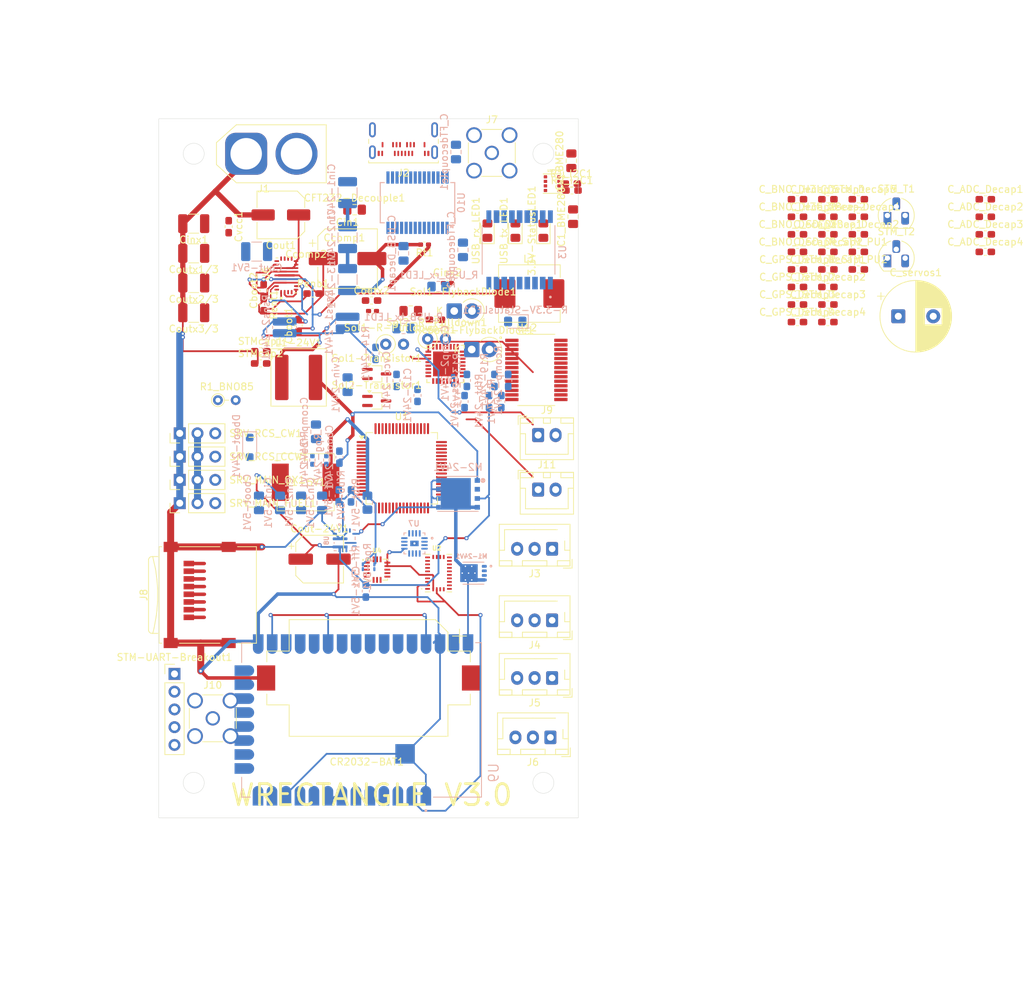
<source format=kicad_pcb>
(kicad_pcb (version 20241229) (generator "pcbnew") (generator_version "9.0")
  (layers (0 "F.Cu" signal) (2 "B.Cu" signal) (13 "F.Paste" user) (15 "B.Paste" user) (5 "F.SilkS" user "F.Silkscreen") (7 "B.SilkS" user "B.Silkscreen") (1 "F.Mask" user) (3 "B.Mask" user) (25 "Edge.Cuts" user))
  (net 0 "")
  (net 1 "Net-(U6-BOOT1)")
  (net 2 "Net-(U6-SW1)")
  (net 3 "Net-(U6-SW2)")
  (net 4 "Net-(U6-BOOT2)")
  (net 5 "Net-(U6-COMP)")
  (net 6 "Net-(Ccomp1-Pad2)")
  (net 7 "-BATT")
  (net 8 "+BATT")
  (net 9 "V+3.3")
  (net 10 "Net-(U6-EXTVCC)")
  (net 11 "Net-(U6-EN{slash}UVLO)")
  (net 12 "Net-(U6-FSW)")
  (net 13 "Net-(3.3V-StatusLED1-K)")
  (net 14 "Net-(USB_rx_LED1-K)")
  (net 15 "Net-(U10-CBUS1)")
  (net 16 "Net-(USB_tx_LED1-K)")
  (net 17 "Net-(U10-CBUS0)")
  (net 18 "GND")
  (net 19 "PC6")
  (net 20 "PC3")
  (net 21 "PC2")
  (net 22 "PA8")
  (net 23 "PB4")
  (net 24 "PB2")
  (net 25 "PB12")
  (net 26 "V_CR2032")
  (net 27 "AIN3")
  (net 29 "PA12")
  (net 30 "PB5")
  (net 31 "Sol1_Sig")
  (net 32 "PA15")
  (net 33 "I2C2_SCL")
  (net 34 "AIN2")
  (net 35 "PB13")
  (net 36 "PA13")
  (net 37 "PB15")
  (net 38 "PB14")
  (net 39 "PC7")
  (net 40 "AIN1")
  (net 41 "PH0")
  (net 42 "Sol2_Sig")
  (net 43 "SRV2")
  (net 44 "SRV1")
  (net 45 "PA11")
  (net 46 "BOOT0")
  (net 47 "PB3")
  (net 48 "AIN0")
  (net 49 "SRV3")
  (net 50 "SRV4")
  (net 51 "PC4")
  (net 52 "Net-(U2-BOOTN)")
  (net 53 "PC15")
  (net 54 "PB1")
  (net 55 "uSD_D3")
  (net 56 "PB0")
  (net 57 "uSD_D1")
  (net 58 "FT232_DTR")
  (net 59 "FT232_RTS")
  (net 64 "PH1")
  (net 65 "uSD_CLK")
  (net 66 "PC14")
  (net 67 "PC5")
  (net 68 "PA14")
  (net 69 "SPI1_NSS{slash}CS")
  (net 70 "Net-(U1-VCAP_1)")
  (net 77 "I2C2_SDA")
  (net 81 "Net-(J4-Pin_3)")
  (net 83 "Net-(J6-Pin_3)")
  (net 86 "Net-(J5-Pin_3)")
  (net 130 "Net-(J3-Pin_2)")
  (net 131 "Net-(J4-Pin_2)")
  (net 132 "Net-(J5-Pin_2)")
  (net 133 "Net-(J6-Pin_2)")
  (net 134 "Net-(J7-In)")
  (net 135 "uSD_D2")
  (net 136 "VBAT")
  (net 137 "SPI1_MISO")
  (net 138 "XBee_DOUT")
  (net 139 "XBee_CTS")
  (net 140 "SPI1_SCK")
  (net 142 "Net-(U7-ISNS-)")
  (net 143 "Net-(U7-ISNS+)")
  (net 147 "/5V-PowerCircuit/BOOT")
  (net 148 "Net-(U8-SW)")
  (net 149 "Net-(Dboot-24V1-K)")
  (net 150 "uSD_CMD")
  (net 151 "Net-(M1-24V1-D)")
  (net 152 "Net-(Ccomp-24V1-Pad1)")
  (net 153 "/24V-PowerCircuit/COMP")
  (net 154 "Net-(J9-Pin_2)")
  (net 155 "Net-(J11-Pin_2)")
  (net 156 "XBee_DIN")
  (net 157 "XBee_RTS")
  (net 158 "STM_USB_RX")
  (net 159 "Net-(Cff-5V1-Pad1)")
  (net 160 "Net-(U8-FB)")
  (net 161 "Net-(Cin1-5V1-Pad2)")
  (net 162 "24VCC")
  (net 163 "Net-(Cin1-24V1-Pad2)")
  (net 164 "Net-(Cin2-5V1-Pad2)")
  (net 165 "Net-(Cin2-24V1-Pad2)")
  (net 166 "5VCC")
  (net 167 "Net-(U7-SS)")
  (net 168 "Net-(Dboot-24V1-A)")
  (net 169 "USBD+")
  (net 170 "USBD-")
  (net 171 "Net-(L1-24V1-Pad1)")
  (net 172 "Net-(M1-24V1-G)")
  (net 173 "Net-(M2-24V1-G)")
  (net 174 "Net-(U7-VCC)")
  (net 175 "/24V-PowerCircuit/FB")
  (net 176 "Net-(U8-PG)")
  (net 177 "Net-(U7-RT{slash}CLK)")
  (net 178 "/24V-PowerCircuit/BOOT")
  (net 183 "unconnected-(U9-DIO11{slash}PWM1-Pad8)")
  (net 187 "Net-(J10-In)")
  (net 199 "SPI1_MOSI")
  (net 202 "PC13")
  (net 203 "NRST")
  (net 205 "STM_USB_TX")
  (net 213 "uSD_D0")
  (net 216 "AIN7")
  (net 223 "AIN4")
  (net 226 "AIN6")
  (net 228 "AIN5")
  (footprint "Connector_Coaxial:SMA_Amphenol_901-144_Vertical" (layer "F.Cu") (at 117.625 49.875)
    (property "Reference" "J7")
    (property "Value" "GPS-Antenna")
  )
  (footprint "Capacitor_SMD:C_0603_1608Metric_Pad1.08x0.95mm_HandSolder" (layer "F.Cu") (at 161.335354 69.06)
    (property "Reference" "C_GPS_Decap2")
    (property "Value" "10uF")
  )
  (footprint "Capacitor_SMD:C_0603_1608Metric_Pad1.08x0.95mm_HandSolder" (layer "F.Cu") (at 84.5675 80)
    (property "Reference" "STMcap2")
    (property "Value" "2.2uF")
  )
  (footprint "BME280:PSON65P250X250X100-8N" (layer "F.Cu") (at 126.266447 54.275)
    (property "Reference" "U11")
    (property "Value" "BME280")
  )
  (footprint "Connector_JST:JST_XH_B2B-XH-A_1x02_P2.50mm_Vertical" (layer "F.Cu") (at 124.25 90.25)
    (property "Reference" "J9")
    (property "Value" "Sol1-Connector")
  )
  (footprint "Resistor_THT:R_Axial_DIN0207_L6.3mm_D2.5mm_P2.54mm_Vertical" (layer "F.Cu") (at 102.46 77.25)
    (property "Reference" "Sol1-R-Pulldown1")
    (property "Value" "10k")
  )
  (footprint "LED_SMD:LED_0805_2012Metric_Pad1.15x1.40mm_HandSolder" (layer "F.Cu") (at 125 61 90)
    (property "Reference" "3.3V-StatusLED1")
    (property "Value" "0805-LED0")
  )
  (footprint "Capacitor_SMD:C_0603_1608Metric_Pad1.08x0.95mm_HandSolder" (layer "F.Cu") (at 161.335354 66.55)
    (property "Reference" "C_GPS_Decap1")
    (property "Value" "100nF")
  )
  (footprint "Capacitor_SMD:C_0603_1608Metric_Pad1.08x0.95mm_HandSolder" (layer "F.Cu") (at 161.335354 64.04)
    (property "Reference" "C_BNO_Decap4")
    (property "Value" "10uF")
  )
  (footprint "Connector_JST:JST_XH_B3B-XH-AM_1x03_P2.50mm_Vertical" (layer "F.Cu") (at 126.25 106.525 180)
    (property "Reference" "J3")
    (property "Value" "AnalogIn-Terminal3")
  )
  (footprint "IHLP3232DZER330M11:IHLP3232DZER330M11" (layer "F.Cu") (at 91 97)
    (property "Reference" "L1-5V1")
    (property "Value" "3.3uH")
  )
  (footprint "Capacitor_SMD:C_0603_1608Metric_Pad1.08x0.95mm_HandSolder" (layer "F.Cu") (at 161.335354 61.53)
    (property "Reference" "C_BNO_Decap3")
    (property "Value" "10uF")
  )
  (footprint "Connector_PinHeader_2.54mm:PinHeader_1x03_P2.54mm_Vertical" (layer "F.Cu") (at 73 90 90)
    (property "Reference" "SRV_RCS_CW1")
    (property "Value" "Conn_01x03_Pin" (hide yes))
  )
  (footprint "Capacitor_SMD:C_0603_1608Metric_Pad1.08x0.95mm_HandSolder" (layer "F.Cu") (at 165.685354 69.06)
    (property "Reference" "C_STM_Decap2")
    (property "Value" "100nF")
  )
  (footprint "Resistor_THT:R_Axial_DIN0204_L3.6mm_D1.6mm_P2.54mm_Vertical" (layer "F.Cu") (at 78.46 85.25)
    (property "Reference" "R1_BNO85")
    (property "Value" "10k")
  )
  (footprint "Connector_PinHeader_2.54mm:PinHeader_1x03_P2.54mm_Vertical" (layer "F.Cu") (at 73 99.99 90)
    (property "Reference" "SRV_MAIN_FUEL1")
    (property "Value" "Conn_01x03_Pin" (hide yes))
  )
  (footprint "Capacitor_SMD:C_0805_2012Metric_Pad1.18x1.45mm_HandSolder" (layer "F.Cu") (at 129.25 59 90)
    (property "Reference" "C1_BME280")
    (property "Value" "100nF")
  )
  (footprint "Capacitor_SMD:C_1210_3225Metric_Pad1.33x2.70mm_HandSolder" (layer "F.Cu") (at 75 68.5 180)
    (property "Reference" "Coutx2/3")
    (property "Value" "22uF")
  )
  (footprint "Inductor_SMD:L_Coilcraft_XAL7070-XXX" (layer "F.Cu") (at 90 82)
    (property "Reference" "L1-24V1")
    (property "Value" "3.3uH")
  )
  (footprint "Capacitor_SMD:C_1210_3225Metric_Pad1.33x2.70mm_HandSolder" (layer "F.Cu") (at 75 72.75 180)
    (property "Reference" "Coutx3/3")
    (property "Value" "22uF")
  )
  (footprint "Capacitor_SMD:C_0603_1608Metric_Pad1.08x0.95mm_HandSolder" (layer "F.Cu") (at 170.035354 61.53)
    (property "Reference" "C_XBee_Decap2")
    (property "Value" "100nF")
  )
  (footprint "Capacitor_SMD:C_0603_1608Metric_Pad1.08x0.95mm_HandSolder" (layer "F.Cu") (at 161.335354 56.51)
    (property "Reference" "C_BNO_Decap1")
    (property "Value" "100nF")
  )
  (footprint "Connector_Card:microSD_HC_Wuerth_693072010801" (layer "F.Cu") (at 75.85 113.125 90)
    (property "Reference" "J8")
    (property "Value" "Micro_SD_Card")
  )
  (footprint "BNO085:IC_BNO085" (layer "F.Cu") (at 110 110 90)
    (property "Reference" "U2")
    (property "Value" "BNO085_C5189642")
  )
  (footprint "Capacitor_SMD:C_0603_1608Metric_Pad1.08x0.95mm_HandSolder" (layer "F.Cu") (at 170.035354 59.02)
    (property "Reference" "C_XBee-Decap1")
    (property "Value" "10uF")
  )
  (footprint "Capacitor_SMD:C_0603_1608Metric_Pad1.08x0.95mm_HandSolder" (layer "F.Cu") (at 85 71.5875 -90)
    (property "Reference" "Rent1")
    (property "Value" "137k")
  )
  (footprint "Diode_THT:D_DO-41_SOD81_P2.54mm_Vertical_KathodeUp" (layer "F.Cu") (at 112.25 72.5)
    (property "Reference" "Sol1-FlybackDiode1")
    (property "Value" "1N4004")
  )
  (footprint "Connector_PinHeader_2.54mm:PinHeader_1x03_P2.54mm_Vertical" (layer "F.Cu") (at 73 96.66 90)
    (property "Reference" "SRV_MAIN_OX1")
    (property "Value" "Conn_01x03_Pin" (hide yes))
  )
  (footprint "Battery:BatteryHolder_Keystone_1060_1x2032" (layer "F.Cu") (at 100 125 180)
    (property "Reference" "CR2032-BAT1")
    (property "Value" "Conn_01x02_Socket")
  )
  (footprint "Package_TO_SOT_THT:TO-92L_HandSolder" (layer "F.Cu") (at 174.195354 58.83)
    (property "Reference" "STM_T1")
    (property "Value" "2N3904")
  )
  (footprint "Capacitor_SMD:C_0805_2012Metric_Pad1.18x1.45mm_HandSolder" (layer "F.Cu") (at 129 51 90)
    (property "Reference" "C2_BME280")
    (property "Value" "100nF")
  )
  (footprint "LED_SMD:LED_0805_2012Metric_Pad1.15x1.40mm_HandSolder" (layer "F.Cu") (at 117 61 90)
    (property "Reference" "USB_rx_LED1")
    (property "Value" "0805-LED2")
  )
  (footprint "Capacitor_SMD:C_0402_1005Metric_Pad0.74x0.62mm_HandSolder" (layer "F.Cu") (at 111.2775 68.5 180)
    (property "Reference" "Cinx2")
    (property "Value" "1uF")
  )
  (footprint "Capacitor_SMD:C_0603_1608Metric_Pad1.08x0.95mm_HandSolder" (layer "F.Cu") (at 84.5675 78.25)
    (property "Reference" "STMcap1")
    (property "Value" "2.2uF")
  )
  (footprint "Capacitor_SMD:CP_Elec_8x11.9" (layer "F.Cu") (at 97 65)
    (property "Reference" "Cin1")
    (property "Value" "180uF")
  )
  (footprint "Connector_JST:JST_XH_B2B-XH-A_1x02_P2.50mm_Vertical" (layer "F.Cu") (at 124.25 98.05)
    (property "Reference" "J11")
    (property "Value" "Sol2-Connector")
  )
  (footprint "Package_TO_SOT_THT:TO-92L_HandSolder" (layer "F.Cu") (at 174.195354 64.94)
    (property "Reference" "STM_T2")
    (property "Value" "2N3904")
  )
  (footprint "Capacitor_SMD:C_0603_1608Metric_Pad1.08x0.95mm_HandSolder" (layer "F.Cu") (at 170.035354 64.04)
    (property "Reference" "R_STM_PU1")
    (property "Value" "4.7k")
  )
  (footprint "Capacitor_SMD:C_1210_3225Metric_Pad1.33x2.70mm_HandSolder" (layer "F.Cu") (at 75 60 180)
    (property "Reference" "Cinx1")
    (property "Value" "10uF")
  )
  (footprint "Capacitor_SMD:C_0603_1608Metric_Pad1.08x0.95mm_HandSolder" (layer "F.Cu") (at 92.0675 70)
    (property "Reference" "Renb1")
    (property "Value" "100k")
  )
  (footprint "Capacitor_SMD:C_0603_1608Metric_Pad1.08x0.95mm_HandSolder" (layer "F.Cu") (at 188.195354 61.53)
    (property "Reference" "C_ADC_Decap3")
    (property "Value" "100nF")
  )
  (footprint "Connector_JST:JST_XH_B3B-XH-AM_1x03_P2.50mm_Vertical" (layer "F.Cu") (at 126.25 116.75 180)
    (property "Reference" "J4")
    (property "Value" "AnalogIn-Terminal2")
  )
  (footprint "LTC2344CUH-16_PBF:QFN-32_UH" (layer "F.Cu") (at 111 80.0675)
    (property "Reference" "U5")
    (property "Value" "LTC2344CUH-16#TRPBF")
  )
  (footprint "Capacitor_SMD:C_0603_1608Metric_Pad1.08x0.95mm_HandSolder" (layer "F.Cu") (at 80 60.4325 -90)
    (property "Reference" "Cvcc1")
    (property "Value" "4.7uF")
  )
  (footprint "Package_TO_SOT_SMD:SOT-323_SC-70_Handsoldering" (layer "F.Cu") (at 101.17 81.5)
    (property "Reference" "Sol1-Transistor1")
    (property "Value" "RTR030N05HZG")
  )
  (footprint "Capacitor_SMD:CP_Elec_6.3x7.7" (layer "F.Cu") (at 93 108)
    (property "Reference" "Cout-24V1")
    (property "Value" "33uF")
  )
  (footprint "Connector_PinHeader_2.54mm:PinHeader_1x05_P2.54mm_Vertical" (layer "F.Cu") (at 72.25 124.42)
    (property "Reference" "STM-UART-Breakout1")
    (property "Value" "1x7 Connector")
  )
  (footprint "Capacitor_SMD:C_0603_1608Metric_Pad1.08x0.95mm_HandSolder" (layer "F.Cu") (at 170.035354 66.55)
    (property "Reference" "R_STM_PU2")
    (property "Value" "4.7k")
  )
  (footprint "Connector_JST:JST_XH_B3B-XH-AM_1x03_P2.50mm_Vertical" (layer "F.Cu") (at 126 133.5 180)
    (property "Reference" "J6")
    (property "Value" "AnalogIn-Terminal0")
  )
  (footprint "Capacitor_SMD:C_0603_1608Metric_Pad1.08x0.95mm_HandSolder" (layer "F.Cu") (at 170.035354 56.51)
    (property "Reference" "C_STM_Decap5")
    (property "Value" "100nF")
  )
  (footprint "ADS1256IDBRG4:SOP65P780X200-28N" (layer "F.Cu") (at 123.995 80.925)
    (property "Reference" "U12")
    (property "Value" "ADS1256IDBRG4")
  )
  (footprint "Capacitor_SMD:C_Elec_6.3x5.8" (layer "F.Cu") (at 87.4625 58.75 180)
    (property "Reference" "Cout1")
    (property "Value" "220uF")
  )
  (footprint "Inductor_SMD:L_APV_APH0850" (layer "F.Cu") (at 123 70)
    (property "Reference" "L1")
    (property "Value" "3.8uH")
  )
  (footprint "Capacitor_SMD:C_0603_1608Metric_Pad1.08x0.95mm_HandSolder" (layer "F.Cu") (at 100.4325 71)
    (property "Reference" "Coutx2")
    (property "Value" "1uF")
  )
  (footprint "Diode_THT:D_DO-41_SOD81_P2.54mm_Vertical_KathodeUp" (layer "F.Cu") (at 114.75 78)
    (property "Reference" "Sol2-FlybackDiode1")
    (property "Value" "1N4004")
  )
  (footprint "LED_SMD:LED_0805_2012Metric_Pad1.15x1.40mm_HandSolder" (layer "F.Cu") (at 121 61 90)
    (property "Reference" "USB_tx_LED1")
    (property "Value" "0805-LED1")
  )
  (footprint "Capacitor_SMD:C_0603_1608Metric_Pad1.08x0.95mm_HandSolder" (layer "F.Cu") (at 188.195354 64.04)
    (property "Reference" "C_ADC_Decap4")
    (property "Value" "100nF")
  )
  (footprint "Connector_Coaxial:SMA_Amphenol_901-144_Vertical" (layer "F.Cu") (at 77.725 130.775)
    (property "Reference" "J10")
    (property "Value" "xBee-Antenna1")
  )
  (footprint "Capacitor_SMD:C_0603_1608Metric_Pad1.08x0.95mm_HandSolder" (layer "F.Cu") (at 165.685354 56.51)
    (property "Reference" "C_H3L_Decap1")
    (property "Value" "10uF")
  )
  (footprint "Capacitor_SMD:C_0603_1608Metric_Pad1.08x0.95mm_HandSolder" (layer "F.Cu") (at 129 54.275)
    (property "Reference" "R1_I2C1")
    (property "Value" "4.7k")
  )
  (footprint "Capacitor_SMD:C_0805_2012Metric_Pad1.18x1.45mm_HandSolder" (layer "F.Cu") (at 98 58)
    (property "Reference" "CFT232-Decouple1")
    (property "Value" "100nF")
  )
  (footprint "Capacitor_SMD:C_0603_1608Metric_Pad1.08x0.95mm_HandSolder" (layer "F.Cu") (at 188.195354 59.02)
    (property "Reference" "C_ADC_Decap2")
    (property "Value" "10uF")
  )
  (footprint "Capacitor_SMD:C_0603_1608Metric_Pad1.08x0.95mm_HandSolder" (layer "F.Cu") (at 165.685354 64.04)
    (property "Reference" "C_SD_Decap2")
    (property "Value" "10uF")
  )
  (footprint "Capacitor_SMD:C_0603_1608Metric_Pad1.08x0.95mm_HandSolder" (layer "F.Cu") (at 165.685354 74.08)
    (property "Reference" "C_STM_Decap4")
    (property "Value" "100nF")
  )
  (footprint "Capacitor_SMD:C_0603_1608Metric_Pad1.08x0.95mm_HandSolder" (layer "F.Cu") (at 165.685354 71.57)
    (property "Reference" "C_STM_Decap3")
    (property "Value" "100nF")
  )
  (footprint "Capacitor_SMD:C_0603_1608Metric_Pad1.08x0.95mm_HandSolder" (layer "F.Cu") (at 188.195354 56.51)
    (property "Reference" "C_ADC_Decap1")
    (property "Value" "10uF")
  )
  (footprint "Connector_JST:JST_XH_B3B-XH-AM_1x03_P2.50mm_Vertical" (layer "F.Cu") (at 126.25 125 180)
    (property "Reference" "J5")
    (property "Value" "AnalogIn-Terminal1")
  )
  (footprint "Capacitor_SMD:C_1210_3225Metric_Pad1.33x2.70mm_HandSolder" (layer "F.Cu") (at 75 64.25 180)
    (property "Reference" "Coutx1/3")
    (property "Value" "22uF")
  )
  (footprint "Package_QFP:LQFP-64_10x10mm_P0.5mm" (layer "F.Cu") (at 104.75 95)
    (property "Reference" "U1")
    (property "Value" "STM32F405RGTx")
  )
  (footprint "Capacitor_SMD:C_0603_1608Metric_Pad1.08x0.95mm_HandSolder" (layer "F.Cu") (at 161.335354 71.57)
    (property "Reference" "C_GPS_Decap3")
    (property "Value" "10uF")
  )
  (footprint "Capacitor_SMD:C_0603_1608Metric_Pad1.08x0.95mm_HandSolder" (layer "F.Cu") (at 165.685354 66.55)
    (property "Reference" "C_STM_Decap1")
    (property "Value" "100nF")
  )
  (footprint "Capacitor_THT:CP_Radial_D10.0mm_P5.00mm" (layer "F.Cu") (at 175.75 73.25)
    (property "Reference" "C_servos1")
    (property "Value" "1000uF")
  )
  (footprint "Capacitor_SMD:C_0603_1608Metric_Pad1.08x0.95mm_HandSolder" (layer "F.Cu") (at 90 74.5675 90)
    (property "Reference" "Cboot1")
    (property "Value" "100nF")
  )
  (footprint "Package_TO_SOT_SMD:SOT-323_SC-70_Handsoldering" (layer "F.Cu") (at 101.17 85.365)
    (property "Reference" "Sol2-Transistor1")
    (property "Value" "RTR030N05HZG")
  )
  (footprint "Capacitor_SMD:C_0603_1608Metric_Pad1.08x0.95mm_HandSolder" (layer "F.Cu") (at 161.335354 74.08)
    (property "Reference" "C_GPS_Decap4")
    (property "Value" "100nF")
  )
  (footprint "Capacitor_SMD:C_0603_1608Metric_Pad1.08x0.95mm_HandSolder" (layer "F.Cu") (at 161.335354 59.02)
    (property "Reference" "C_BNO_Decap2")
    (property "Value" "100nF")
  )
  (footprint "Capacitor_SMD:C_0603_1608Metric_Pad1.08x0.95mm_HandSolder" (layer "F.Cu") (at 165.685354 59.02)
    (property "Reference" "C_H3L_Decap2")
    (property "Value" "100nF")
  )
  (footprint "Capacitor_SMD:C_0603_1608Metric_Pad1.08x0.95mm_HandSolder" (layer "F.Cu") (at 109.5675 73.75 180)
    (property "Reference" "Rcomp1")
    (property "Value" "105k")
  )
  (footprint "Capacitor_SMD:C_0603_1608Metric_Pad1.08x0.95mm_HandSolder" (layer "F.Cu") (at 129.0925 55.25)
    (property "Reference" "R2_I2C1")
    (property "Value" "4.7k")
  )
  (footprint "H3LIS331DLTR:QFN300X300X100-16N" (layer "F.Cu") (at 101.22 109.5)
    (property "Reference" "U4")
    (property "Value" "H3LIS331DLTR")
  )
  (footprint "Connector_PinHeader_2.54mm:PinHeader_1x03_P2.54mm_Vertical" (layer "F.Cu") (at 73 93.33 90)
    (property "Reference" "SRV_RCS_CCW1")
    (property "Value" "Conn_01x03_Pin" (hide yes))
  )
  (footprint "Ti:VREG_TPS55289RYQR" (layer "F.Cu") (at 88.25 67.4 90)
    (property "Reference" "U6")
    (property "Value" "TPS55289RYQR")
  )
  (footprint "Connector_USB:USB_C_Receptacle_Amphenol_124019772112A" (layer "F.Cu") (at 105 46.75 180)
    (property "Reference" "J2")
    (property "Value" "USB_C_Receptacle_USB2.0_16P")
  )
  (footprint "Connector_AMASS:AMASS_XT60-F_1x02_P7.20mm_Vertical" (layer "F.Cu") (at 82.5 50)
    (property "Reference" "J1")
    (property "Value" "Conn_01x02_Socket" (hide yes))
  )
  (footprint "Capacitor_SMD:C_0603_1608Metric_Pad1.08x0.95mm_HandSolder" (layer "F.Cu") (at 165.685354 61.53)
    (property "Reference" "C_SD_Decap1")
    (property "Value" "100nF")
  )
  (footprint "Capacitor_SMD:C_0402_1005Metric_Pad0.74x0.62mm_HandSolder" (layer "F.Cu") (at 100.5675 72.5)
    (property "Reference" "Ccomp2")
    (property "Value" "6.8pF")
  )
  (footprint "Capacitor_SMD:C_0603_1608Metric_Pad1.08x0.95mm_HandSolder" (layer "F.Cu") (at 85 69.5675 90)
    (property "Reference" "Cboot2")
    (property "Value" "100nF")
  )
  (footprint "Capacitor_SMD:C_0402_1005Metric_Pad0.74x0.62mm_HandSolder" (layer "F.Cu") (at 108 63 180)
    (property "Reference" "Rt1")
    (property "Value" "48.7k")
  )
  (footprint "Capacitor_SMD:C_0805_2012Metric_Pad1.18x1.45mm_HandSolder" (layer "F.Cu") (at 106.0375 72.5)
    (property "Reference" "Ccomp1")
    (property "Value" "1nF")
  )
  (footprint "Resistor_THT:R_Axial_DIN0207_L6.3mm_D2.5mm_P2.54mm_Vertical" (layer "F.Cu") (at 108.455 76.5)
    (property "Reference" "Sol2-R-Pulldown1")
    (property "Value" "10k")
  )
  (footprint "MAX-M10S-00B:XCVR_MAX-M10S-00B" (layer "B.Cu") (at 121.6 63.75 90)
    (property "Reference" "U3")
    (property "Value" "MAX-M10S-00B")
  )
  (footprint "Capacitor_SMD:C_0805_2012Metric_Pad1.18x1.45mm_HandSolder" (layer "B.Cu") (at 84.33 99.9475 -90)
    (property "Reference" "Cboot-5V1")
    (property "Value" "100nF 280mOhm")
  )
  (footprint "Capacitor_SMD:C_0603_1608Metric_Pad1.08x0.95mm_HandSolder" (layer "B.Cu") (at 114.06 82.4325 -90)
    (property "Reference" "R13-24V1")
    (property "Value" "10")
  )
  (footprint "Capacitor_SMD:C_0603_1608Metric_Pad1.08x0.95mm_HandSolder" (layer "B.Cu") (at 117.23 85.4525 -90)
    (property "Reference" "Rfbt-24V1")
    (property "Value" "205k")
  )
  (footprint "Capacitor_SMD:C_0603_1608Metric_Pad1.08x0.95mm_HandSolder" (layer "B.Cu") (at 113.73 85.4525 -90)
    (property "Reference" "Css-24V1")
    (property "Value" "4.7nF")
  )
  (footprint "Capacitor_SMD:C_0603_1608Metric_Pad1.08x0.95mm_HandSolder" (layer "B.Cu") (at 97.49 98.9475 -90)
    (property "Reference" "Rfbb-5V1")
    (property "Value" "10k")
  )
  (footprint "Capacitor_SMD:C_1210_3225Metric_Pad1.33x2.70mm_HandSolder" (layer "B.Cu") (at 84 64)
    (property "Reference" "Cout-5V1")
    (property "Value" "47uF")
  )
  (footprint "Capacitor_SMD:C_0603_1608Metric_Pad1.08x0.95mm_HandSolder" (layer "B.Cu") (at 118.98 85.4525 -90)
    (property "Reference" "Rt-24V1")
    (property "Value" "R_US")
  )
  (footprint "Capacitor_SMD:C_1210_3225Metric_Pad1.33x2.70mm_HandSolder" (layer "B.Cu") (at 97 62 -90)
    (property "Reference" "Cin2-24V1")
    (property "Value" "10uF")
  )
  (footprint "Resistor_SMD:R_0402_1005Metric_Pad0.72x0.64mm_HandSolder" (layer "B.Cu") (at 91.97 93.8175 -90)
    (property "Reference" "Rfbb-24V1")
    (property "Value" "11k")
  )
  (footprint "Resistor_SMD:R_0402_1005Metric_Pad0.72x0.64mm_HandSolder" (layer "B.Cu") (at 93.96 93.8175 -90)
    (property "Reference" "Rpg-24V1")
    (property "Value" "100k")
  )
  (footprint "Capacitor_SMD:C_0805_2012Metric_Pad1.18x1.45mm_HandSolder" (layer "B.Cu") (at 92.48 89.7775 -90)
    (property "Reference" "Ccomp-24V1")
    (property "Value" "2.2nF")
  )
  (footprint "Capacitor_SMD:C_0603_1608Metric_Pad1.08x0.95mm_HandSolder" (layer "B.Cu") (at 107 84.5675 -90)
    (property "Reference" "C12-24V1")
    (property "Value" "100pF")
  )
  (footprint "Capacitor_SMD:C_1210_3225Metric_Pad1.33x2.70mm_HandSolder" (layer "B.Cu") (at 97 68 -90)
    (property "Reference" "Cin3-24V1")
    (property "Value" "10uF")
  )
  (footprint "Resistor_SMD:R_0612_1632Metric_Pad1.18x3.40mm_HandSolder" (layer "B.Cu") (at 88 74.8375 -90)
    (property "Reference" "Rsns2-24V1")
    (property "Value" "7m")
  )
  (footprint "Resistor_SMD:R_01005_0402Metric_Pad0.57x0.30mm_HandSolder" (layer "B.Cu") (at 100.83 109.0875 -90)
    (property "Reference" "Rpg-5V1")
    (property "Value" "100k")
  )
  (footprint "Capacitor_SMD:C_0603_1608Metric_Pad1.08x0.95mm_HandSolder" (layer "B.Cu") (at 95.74 98.9475 -90)
    (property "Reference" "Cff-5V1")
    (property "Value" "100pF")
  )
  (footprint "Capacitor_SMD:C_0603_1608Metric_Pad1.08x0.95mm_HandSolder" (layer "B.Cu") (at 119.97 82.4325 -90)
    (property "Reference" "Rcomp-24V1")
    (property "Value" "5.62k")
  )
  (footprint "Capacitor_SMD:C_0805_2012Metric_Pad1.18x1.45mm_HandSolder" (layer "B.Cu") (at 90.35 99.9475 -90)
    (property "Reference" "Cin2-5V1")
    (property "Value" "4.7uF")
  )
  (footprint "Resistor_SMD:R_01005_0402Metric_Pad0.57x0.30mm_HandSolder" (layer "B.Cu") (at 99.18 109.0875 -90)
    (property "Reference" "Rff-5V1")
    (property "Value" "20k")
  )
  (footprint "TPS43060RTER:QFN50P300X300X80-17N" (layer "B.Cu") (at 106.56 105.75 180)
    (property "Reference" "U7")
    (property "Value" "TPS43060RTER")
  )
  (footprint "Capacitor_SMD:C_0805_2012Metric_Pad1.18x1.45mm_HandSolder" (layer "B.Cu") (at 87.34 99.9475 -90)
    (property "Reference" "Cin1-5V1")
    (property "Value" "15uF 1.669mOhm")
  )
  (footprint "Capacitor_SMD:C_0603_1608Metric_Pad1.08x0.95mm_HandSolder" (layer "B.Cu") (at 95.83 93.4075 -90)
    (property "Reference" "Cboot-24V1")
    (property "Value" "220nF")
  )
  (footprint "Capacitor_SMD:C_0805_2012Metric_Pad1.18x1.45mm_HandSolder" (layer "B.Cu") (at 105 64.25 -90)
    (property "Reference" "C_USB_Decap1")
    (property "Value" "10nF")
  )
  (footprint "LED_SMD:LED_0805_2012Metric_Pad1.15x1.40mm_HandSolder" (layer "B.Cu") (at 120.975 74 180)
    (property "Reference" "R-3.3V-StatusLED1")
    (property "Value" "1k")
  )
  (footprint "Package_SO:SSOP-28_5.3x10.2mm_P0.65mm" (layer "B.Cu") (at 107 57 90)
    (property "Reference" "U10")
    (property "Value" "FT232RL")
  )
  (footprint "Capacitor_SMD:C_0402_1005Metric_Pad0.74x0.62mm_HandSolder" (layer "B.Cu") (at 112.09 82.4325 -90)
    (property "Reference" "Ccomp2-24V1")
    (property "Value" "390pF")
  )
  (footprint "Capacitor_SMD:C_0805_2012Metric_Pad1.18x1.45mm_HandSolder" (layer "B.Cu") (at 112.5 49.75 -90)
    (property "Reference" "C_FTdecouple1")
    (property "Value" "100nF")
  )
  (footprint "CSD18543Q3A:TRANS_CSD18543Q3A" (layer "B.Cu") (at 115 110 180)
    (property "Reference" "M1-24V1")
    (property "Value" "60V")
  )
  (footprint "Resistor_SMD:R_0805_2012Metric_Pad1.20x1.40mm_HandSolder" (layer "B.Cu") (at 105 75 180)
    (property "Reference" "R_USB_tx_LED1")
    (property "Value" "1k")
  )
  (footprint "Capacitor_SMD:C_0603_1608Metric_Pad1.08x0.95mm_HandSolder" (layer "B.Cu") (at 118 82.4325 -90)
    (property "Reference" "R19-24V1")
    (property "Value" "2")
  )
  (footprint "Resistor_SMD:R_0805_2012Metric_Pad1.20x1.40mm_HandSolder" (layer "B.Cu") (at 99.84 99.9175 -90)
    (property "Reference" "Rfbt-5V1")
    (property "Value" "73.2k")
  )
  (footprint "CSD18514Q5A:MOSFET_CSD19531Q5A" (layer "B.Cu") (at 112.77625 98.66 180)
    (property "Reference" "M2-24V1")
    (property "Value" "40V")
  )
  (footprint "Resistor_SMD:R_0805_2012Metric_Pad1.20x1.40mm_HandSolder" (layer "B.Cu") (at 110 69 180)
    (property "Reference" "R_USB_rx_LED1")
    (property "Value" "1k")
  )
  (footprint "XBP9X-DMUS-001:XCVR_XBP9X-DMUS-001" (layer "B.Cu") (at 99 131 90)
    (property "Reference" "U9")
    (property "Value" "XBP9X-DMUS-001")
  )
  (footprint "Capacitor_SMD:C_1210_3225Metric_Pad1.33x2.70mm_HandSolder" (layer "B.Cu") (at 97 55.5625 -90)
    (property "Reference" "Cin1-24V1")
    (property "Value" "10uF")
  )
  (footprint "Capacitor_SMD:C_0603_1608Metric_Pad1.08x0.95mm_HandSolder" (layer "B.Cu") (at 101 78.5675 -90)
    (property "Reference" "R14-24V1")
    (property "Value" "10")
  )
  (footprint "Diode_SMD:D_SOD-123F" (layer "B.Cu") (at 83 92 -90)
    (property "Reference" "Dboot-24V1")
    (property "Value" "510mV")
  )
  (footprint "Capacitor_SMD:C_0805_2012Metric_Pad1.18x1.45mm_HandSolder" (layer "B.Cu") (at 97 83.0375 -90)
    (property "Reference" "Cvin-24V1")
    (property "Value" "100nF")
  )
  (footprint "Resistor_SMD:R_0612_1632Metric_Pad1.18x3.40mm_HandSolder" (layer "B.Cu") (at 97 74.1625 -90)
    (property "Reference" "Rsns1-24V1")
    (property "Value" "7m")
  )
  (footprint "Capacitor_SMD:C_0805_2012Metric_Pad1.18x1.45mm_HandSolder" (layer "B.Cu") (at 93.36 99.9475 -90)
    (property "Reference" "Cin3-5V1")
    (property "Value" "4.7uF")
  )
  (footprint "Capacitor_SMD:C_0805_2012Metric_Pad1.18x1.45mm_HandSolder" (layer "B.Cu") (at 113.5 63.75 -90)
    (property "Reference" "C_FTdecouple2")
    (property "Value" "4.7uF")
  )
  (footprint "TPS56637RPAR:CONV_TPS56637RPAR" (layer "B.Cu") (at 96.58 105.3025 -90)
    (property "Reference" "U8")
    (property "Value" "TPS56637RPAR")
  )
  (footprint "Capacitor_SMD:C_0603_1608Metric_Pad1.08x0.95mm_HandSolder" (layer "B.Cu") (at 99.61 112.5675 -90)
    (property "Reference" "Cinx-5V1")
    (property "Value" "100nF")
  )
  (footprint "Capacitor_SMD:C_0603_1608Metric_Pad1.08x0.95mm_HandSolder" (layer "B.Cu") (at 104 82.4325 -90)
    (property "Reference" "Cvcc-24V1")
    (property "Value" "10uF")
  )
  (gr_circle (center 75 140) (end 76.5 140) (stroke (width 0.05)) (fill no) (layer "Edge.Cuts"))
  (gr_circle (center 75 50) (end 76.5 50) (stroke (width 0.05)) (fill no) (layer "Edge.Cuts"))
  (gr_rect (start 70 45) (end 130 145) (stroke (width 0.05)) (fill no) (layer "Edge.Cuts"))
  (gr_circle (center 125 140) (end 126.5 140) (stroke (width 0.05)) (fill no) (layer "Edge.Cuts"))
  (gr_circle (center 125 50) (end 126.5 50) (stroke (width 0.05)) (fill no) (layer "Edge.Cuts"))
  (gr_text "WRECTANGLE V3.0" (at 80 143.5 0) (layer "F.SilkS") (effects (font (size 3 3) (thickness 0.4)) (justify left bottom)))
  (segment (start 86 116) (end 94 116) (width 0.25) (layer "F.Cu") (net 0))
  (segment (start 98.95533 104.014889) (end 99.970219 103) (width 0.25) (layer "F.Cu") (net 0))
  (segment (start 99.970219 103) (end 102 103) (width 0.25) (layer "F.Cu") (net 0))
  (segment (start 94 116) (end 108 116) (width 0.25) (layer "F.Cu") (net 0))
  (via (at 98.95533 104.014889) (size 0.6) (drill 0.3) (layers "F.Cu" "B.Cu") (net 0))
  (via (at 108 116) (size 0.6) (drill 0.3) (layers "F.Cu" "B.Cu") (net 0))
  (via (at 86 116) (size 0.6) (drill 0.3) (layers "F.Cu" "B.Cu") (net 0))
  (via (at 102 103) (size 0.6) (drill 0.3) (layers "F.Cu" "B.Cu") (net 0))
  (via (at 94 116) (size 0.6) (drill 0.3) (layers "F.Cu" "B.Cu") (net 0))
  (segment (start 108.22 119.77) (end 108.22 116.22) (width 0.25) (layer "B.Cu") (net 0))
  (segment (start 94.22 116.22) (end 94 116) (width 0.25) (layer "B.Cu") (net 0))
  (segment (start 114.355 110) (end 115.331 110.976) (width 0.5) (layer "B.Cu") (net 0))
  (segment (start 114.3925 100.5775) (end 112.475 98.66) (width 0.5) (layer "B.Cu") (net 0))
  (segment (start 108.22 116.22) (end 108 116) (width 0.25) (layer "B.Cu") (net 0))
  (segment (start 112.475 98.66) (end 112.475 108.12) (width 0.5) (layer "B.Cu") (net 0))
  (segment (start 109.2575 96.7425) (end 109 97) (width 0.25) (layer "B.Cu") (net 0))
  (segment (start 110 96.7425) (end 109.2575 96.7425) (width 0.25) (layer "B.Cu") (net 0))
  (segment (start 115.5525 100.5775) (end 114.3925 100.5775) (width 0.5) (layer "B.Cu") (net 0))
  (segment (start 109 100.5775) (end 110 100.5775) (width 0.25) (layer "B.Cu") (net 0))
  (segment (start 114.22 119.77) (end 114.22 110.135) (width 0.25) (layer "B.Cu") (net 0))
  (segment (start 109 99) (end 109.32 99.32) (width 0.25) (layer "B.Cu") (net 0))
  (segment (start 115.331 110.976) (end 116.55 110.976) (width 0.5) (layer "B.Cu") (net 0))
  (segment (start 109 97) (end 109 98) (width 0.25) (layer "B.Cu") (net 0))
  (segment (start 94.22 119.77) (end 94.22 116.22) (width 0.25) (layer "B.Cu") (net 0))
  (segment (start 109 98) (end 109 99) (width 0.25) (layer "B.Cu") (net 0))
  (segment (start 98.6275 104.3725) (end 99 104) (width 0.25) (layer "B.Cu") (net 0))
  (segment (start 97.98 104.3725) (end 98.6275 104.3725) (width 0.25) (layer "B.Cu") (net 0))
  (segment (start 112.475 108.12) (end 114.355 110) (width 0.5) (layer "B.Cu") (net 0))
  (segment (start 109.32 99.32) (end 110 99.32) (width 0.25) (layer "B.Cu") (net 0))
  (segment (start 109 100.5775) (end 109 99) (width 0.25) (layer "B.Cu") (net 0))
  (segment (start 104.4225 100.5775) (end 109 100.5775) (width 0.25) (layer "B.Cu") (net 0))
  (segment (start 114.22 110.135) (end 114.355 110) (width 0.25) (layer "B.Cu") (net 0))
  (segment (start 86.22 116.22) (end 86 116) (width 0.25) (layer "B.Cu") (net 0))
  (segment (start 110 98) (end 109 98) (width 0.25) (layer "B.Cu") (net 0))
  (segment (start 86.22 119.77) (end 86.22 116.22) (width 0.25) (layer "B.Cu") (net 0))
  (segment (start 102 103) (end 104.4225 100.5775) (width 0.25) (layer "B.Cu") (net 0))
  (segment (start 90.84 74.16) (end 91 74) (width 0.25) (layer "F.Cu") (net 1))
  (segment (start 86.85 68.94) (end 86.55 68.94) (width 0.1) (layer "F.Cu") (net 1))
  (segment (start 90 74.16) (end 90.84 74.16) (width 0.25) (layer "F.Cu") (net 1))
  (segment (start 86.55 68.94) (end 86 69.49) (width 0.2) (layer "F.Cu") (net 1))
  (segment (start 86 69.49) (end 86 71) (width 0.2) (layer "F.Cu") (net 1))
  (via (at 86 71) (size 0.6) (drill 0.3) (layers "F.Cu" "B.Cu") (net 1))
  (via (at 91 74) (size 0.6) (drill 0.3) (layers "F.Cu" "B.Cu") (net 1))
  (via (at 86 71) (size 0.6) (drill 0.3) (layers "F.Cu" "B.Cu") (net 1))
  (via (at 86 71) (size 0.6) (drill 0.3) (layers "F.Cu" "B.Cu") (net 1))
  (segment (start 88 71) (end 86 71) (width 0.25) (layer "B.Cu") (net 1))
  (segment (start 91 74) (end 88 71) (width 0.25) (layer "B.Cu") (net 1))
  (segment (start 119.5 70) (end 96 70) (width 0.25) (layer "F.Cu") (net 2))
  (segment (start 90 74.975) (end 91.975 74.975) (width 0.25) (layer "F.Cu") (net 2))
  (segment (start 91.975 74.975) (end 92 75) (width 0.25) (layer "F.Cu") (net 2))
  (segment (start 88.25 67.94) (end 86.06 67.94) (width 0.25) (layer "F.Cu") (net 2))
  (segment (start 96 70) (end 93 73) (width 0.25) (layer "F.Cu") (net 2))
  (via (at 86.06 67.94) (size 0.6) (drill 0.3) (layers "F.Cu" "B.Cu") (net 2))
  (via (at 93 73) (size 0.6) (drill 0.3) (layers "F.Cu" "B.Cu") (net 2))
  (via (at 92 75) (size 0.6) (drill 0.3) (layers "F.Cu" "B.Cu") (net 2))
  (segment (start 92 73) (end 93 73) (width 0.25) (layer "B.Cu") (net 2))
  (segment (start 86.06 67.94) (end 90.94 67.94) (width 0.25) (layer "B.Cu") (net 2))
  (segment (start 92 69) (end 92 73) (width 0.25) (layer "B.Cu") (net 2))
  (segment (start 90.94 67.94) (end 92 69) (width 0.25) (layer "B.Cu") (net 2))
  (segment (start 92 73) (end 92 75) (width 0.25) (layer "B.Cu") (net 2))
  (segment (start 84.33719 69.975) (end 83 68.63781) (width 0.25) (layer "F.Cu") (net 3))
  (segment (start 88.25 66.86) (end 86.14 66.86) (width 0.25) (layer "F.Cu") (net 3))
  (segment (start 83 68.63781) (end 83 68) (width 0.25) (layer "F.Cu") (net 3))
  (segment (start 86.14 66.86) (end 85 68) (width 0.25) (layer "F.Cu") (net 3))
  (segment (start 85 69.975) (end 84.33719 69.975) (width 0.25) (layer "F.Cu") (net 3))
  (via (at 85 68) (size 0.6) (drill 0.3) (layers "F.Cu" "B.Cu") (net 3))
  (via (at 83 68) (size 0.6) (drill 0.3) (layers "F.Cu" "B.Cu") (net 3))
  (segment (start 83 68) (end 85 68) (width 0.25) (layer "B.Cu") (net 3))
  (segment (start 84 67) (end 84 69) (width 0.25) (layer "F.Cu") (net 4))
  (segment (start 84.16 69.16) (end 85 69.16) (width 0.25) (layer "F.Cu") (net 4))
  (segment (start 84 67) (end 85.355358 67) (width 0.25) (layer "F.Cu") (net 4))
  (segment (start 86.495358 65.86) (end 86.85 65.86) (width 0.25) (layer "F.Cu") (net 4))
  (segment (start 85.355358 67) (end 86.495358 65.86) (width 0.25) (layer "F.Cu") (net 4))
  (segment (start 84 69) (end 84.16 69.16) (width 0.25) (layer "F.Cu") (net 4))
  (segment (start 71.7 120) (end 76 120) (width 1) (layer "F.Cu") (net 7))
  (segment (start 84.16 78.25) (end 73.5 78.25) (width 0.25) (layer "F.Cu") (net 7))
  (segment (start 76 120) (end 76 124) (width 1) (layer "F.Cu") (net 7))
  (segment (start 85.35 125) (end 77 125) (width 0.5) (layer "F.Cu") (net 7))
  (segment (start 81.5 58.75) (end 84.925 58.75) (width 0.75) (layer "F.Cu") (net 7))
  (segment (start 80 120) (end 80.35 120) (width 1) (layer "F.Cu") (net 7))
  (segment (start 92.665 70) (end 90.065 67.4) (width 0.25) (layer "F.Cu") (net 7))
  (segment (start 77 125) (end 76 124) (width 0.5) (layer "F.Cu") (net 7))
  (segment (start 73.4375 68.5) (end 73.4375 72.75) (width 0.75) (layer "F.Cu") (net 7))
  (segment (start 73.4375 78.1875) (end 73.4375 76.25) (width 0.25) (layer "F.Cu") (net 7))
  (segment (start 95.7 112.3) (end 95.7 108) (width 0.25) (layer "F.Cu") (net 7))
  (segment (start 76 120) (end 80 120) (width 1) (layer "F.Cu") (net 7))
  (segment (start 73.4375 64.25) (end 73.4375 68.5) (width 0.75) (layer "F.Cu") (net 7))
  (segment (start 73.4375 76.25) (end 73.4375 75.75) (width 0.25) (layer "F.Cu") (net 7))
  (segment (start 73.4375 75.75) (end 73.4375 72.75) (width 0.25) (layer "F.Cu") (net 7))
  (segment (start 95 113) (end 95.7 112.3) (width 0.25) (layer "F.Cu") (net 7))
  (segment (start 71.7 106.25) (end 71.7 101.29) (width 1) (layer "F.Cu") (net 7))
  (segment (start 73.4375 60) (end 78.09375 55.34375) (width 0.75) (layer "F.Cu") (net 7))
  (segment (start 73.4375 60) (end 73.4375 64.25) (width 0.75) (layer "F.Cu") (net 7))
  (segment (start 71.7 106.25) (end 80 106.25) (width 1) (layer "F.Cu") (net 7))
  (segment (start 84.16 80) (end 84.16 78.25) (width 0.25) (layer "F.Cu") (net 7))
  (segment (start 108.774 76.8867) (end 108.5476 77.1131) (width 0.25) (layer "F.Cu") (net 7))
  (segment (start 78.09375 55.34375) (end 81.5 58.75) (width 0.75) (layer "F.Cu") (net 7))
  (segment (start 80 106.25) (end 84.75 106.25) (width 1) (layer "F.Cu") (net 7))
  (segment (start 71.7 106.25) (end 71.7 120) (width 1) (layer "F.Cu") (net 7))
  (segment (start 71.7 101.29) (end 73 99.99) (width 1) (layer "F.Cu") (net 7))
  (segment (start 123.5 81.25) (end 119.1367 76.8867) (width 0.25) (layer "F.Cu") (net 7))
  (segment (start 73.5 78.25) (end 73.4375 78.1875) (width 0.25) (layer "F.Cu") (net 7))
  (segment (start 78.09375 55.34375) (end 82.5 50.9375) (width 0.75) (layer "F.Cu") (net 7))
  (segment (start 119.1367 76.8867) (end 108.774 76.8867) (width 0.25) (layer "F.Cu") (net 7))
  (segment (start 82.5 50.9375) (end 82.5 50) (width 0.75) (layer "F.Cu") (net 7))
  (segment (start 108.5476 77.1131) (end 108.5476 78.3175) (width 0.25) (layer "F.Cu") (net 7))
  (segment (start 90.065 67.4) (end 88.25 67.4) (width 0.25) (layer "F.Cu") (net 7))
  (via (at 95 113) (size 0.6) (drill 0.3) (layers "F.Cu" "B.Cu") (net 7))
  (via (at 84.75 106.25) (size 0.6) (drill 0.3) (layers "F.Cu" "B.Cu") (net 7))
  (via (at 73.4375 76.25) (size 0.6) (drill 0.3) (layers "F.Cu" "B.Cu") (net 7))
  (via (at 76 124) (size 0.6) (drill 0.3) (layers "F.Cu" "B.Cu") (net 7))
  (via (at 76 124) (size 0.6) (drill 0.3) (layers "F.Cu" "B.Cu") (net 7))
  (via (at 73.4375 75.75) (size 0.6) (drill 0.3) (layers "F.Cu" "B.Cu") (net 7))
  (segment (start 73 96.66) (end 73 99.99) (width 1) (layer "B.Cu") (net 7))
  (segment (start 99.61 113.43) (end 95.43 113.43) (width 0.25) (layer "B.Cu") (net 7))
  (segment (start 87 113) (end 95 113) (width 0.5) (layer "B.Cu") (net 7))
  (segment (start 105.225 135.855) (end 108.19 138.82) (width 0.25) (layer "B.Cu") (net 7))
  (segment (start 73 93.33) (end 73 96.66) (width 1) (layer "B.Cu") (net 7))
  (segment (start 84.22 119.77) (end 80.23 119.77) (width 0.5) (layer "B.Cu") (net 7))
  (segment (start 110.22 119.77) (end 109.44995 119.77) (width 0.25) (layer "B.Cu") (net 7))
  (segment (start 108.19 138.82) (end 108.19 142.23) (width 0.25) (layer "B.Cu") (net 7))
  (segment (start 73 90) (end 73 75.75) (width 1) (layer "B.Cu") (net 7))
  (segment (start 105.225 135.855) (end 110.22 130.86) (width 0.25) (layer "B.Cu") (net 7))
  (segment (start 96.83 104.253654) (end 95.991154 105.0925) (width 0.25) (layer "B.Cu") (net 7))
  (segment (start 93.995752 135.855) (end 105.225 135.855) (width 0.25) (layer "B.Cu") (net 7))
  (segment (start 109.31605 119.9039) (end 109.31605 120) (width 0.25) (layer "B.Cu") (net 7))
  (segment (start 96.83 103.9025) (end 96.83 104.253654) (width 0.25) (layer "B.Cu") (net 7))
  (segment (start 95.43 113.43) (end 95 113) (width 0.25) (layer "B.Cu") (net 7))
  (segment (start 80.23 119.77) (end 76 124) (width 0.5) (layer "B.Cu") (net 7))
  (segment (start 108.43 113.43) (end 99.61 113.43) (width 0.25) (layer "B.Cu") (net 7))
  (segment (start 93.36 100.985) (end 88.095 106.25) (width 0.25) (layer "B.Cu") (net 7))
  (segment (start 88.19 141.660752) (end 93.995752 135.855) (width 0.25) (layer "B.Cu") (net 7))
  (segment (start 110.22 119.77) (end 110.22 118.73995) (width 0.25) (layer "B.Cu") (net 7))
  (segment (start 95.991154 105.0925) (end 95.93 105.0925) (width 0.25) (layer "B.Cu") (net 7))
  (segment (start 88.19 142.23) (end 88.19 141.660752) (width 0.25) (layer "B.Cu") (net 7))
  (segment (start 84.22 119.77) (end 84.22 115.78) (width 0.5) (layer "B.Cu") (net 7))
  (segment (start 109.44995 119.77) (end 109.31605 119.9039) (width 0.25) (layer "B.Cu") (net 7))
  (segment (start 95.21 104.3725) (end 95.93 105.0925) (width 0.25) (layer "B.Cu") (net 7))
  (segment (start 93.36 102.5525) (end 95.18 104.3725) (width 0.25) (layer "B.Cu") (net 7))
  (segment (start 110 115) (end 108.43 113.43) (width 0.25) (layer "B.Cu") (net 7))
  (segment (start 88.095 106.25) (end 84.75 106.25) (width 0.25) (layer "B.Cu") (net 7))
  (segment (start 110.22 118.73995) (end 110 118.51995) (width 0.25) (layer "B.Cu") (net 7))
  (segment (start 110.22 130.86) (end 110.22 119.77) (width 0.25) (layer "B.Cu") (net 7))
  (segment (start 84.22 115.78) (end 87 113) (width 0.5) (layer "B.Cu") (net 7))
  (segment (start 95.18 104.3725) (end 95.21 104.3725) (width 0.25) (layer "B.Cu") (net 7))
  (segment (start 73 90) (end 73 93.33) (width 1) (layer "B.Cu") (net 7))
  (segment (start 93.36 100.985) (end 93.36 102.5525) (width 0.25) (layer "B.Cu") (net 7))
  (segment (start 110 118.51995) (end 110 115) (width 0.25) (layer "B.Cu") (net 7))
  (segment (start 88.25 68.44) (end 86.495358 68.44) (width 0.25) (layer "F.Cu") (net 8))
  (segment (start 84.354 72.588242) (end 84.634258 72.8685) (width 0.25) (layer "F.Cu") (net 8))
  (segment (start 86.495358 68.44) (end 85.526 69.409358) (width 0.25) (layer "F.Cu") (net 8))
  (segment (start 85.526 69.409358) (end 85.526 69.556726) (width 0.25) (layer "F.Cu") (net 8))
  (segment (start 85 70.6185) (end 85.279226 70.6185) (width 0.25) (layer "F.Cu") (net 8))
  (segment (start 84.354 71.636) (end 84.354 72.588242) (width 0.25) (layer "F.Cu") (net 8))
  (segment (start 93.525 70.189242) (end 93.525 65) (width 0.25) (layer "F.Cu") (net 8))
  (segment (start 85 70.99) (end 84.354 71.636) (width 0.25) (layer "F.Cu") (net 8))
  (segment (start 84.634258 72.8685) (end 90.845742 72.8685) (width 0.25) (layer "F.Cu") (net 8))
  (segment (start 85.279226 70.6185) (end 85.526 70.371726) (width 0.25) (layer "F.Cu") (net 8))
  (segment (start 85.526 69.556726) (end 85.515226 69.5675) (width 0.25) (layer "F.Cu") (net 8))
  (segment (start 85 70.99) (end 85.319999 70.99) (width 0.25) (layer "F.Cu") (net 8))
  (segment (start 85 70.670001) (end 85 70.6185) (width 0.25) (layer "F.Cu") (net 8))
  (segment (start 85.526 69.578274) (end 85.515226 69.5675) (width 0.25) (layer "F.Cu") (net 8))
  (segment (start 85.526 70.371726) (end 85.526 69.578274) (width 0.25) (layer "F.Cu") (net 8))
  (segment (start 85.319999 70.99) (end 85 70.670001) (width 0.25) (layer "F.Cu") (net 8))
  (segment (start 90.845742 72.8685) (end 93.525 70.189242) (width 0.25) (layer "F.Cu") (net 8))
  (segment (start 88.25 66.36) (end 89.15 66.36) (width 0.25) (layer "F.Cu") (net 9))
  (segment (start 89.15 66.36) (end 89.65 65.86) (width 0.25) (layer "F.Cu") (net 9))
  (segment (start 108.4375 111.75) (end 107.25 111.75) (width 0.25) (layer "F.Cu") (net 9))
  (segment (start 107.0635 114.0635) (end 110.9365 114.0635) (width 0.25) (layer "F.Cu") (net 9))
  (segment (start 107 112) (end 107 114) (width 0.25) (layer "F.Cu") (net 9))
  (segment (start 89.625 65.36) (end 89.625 65.835) (width 0.25) (layer "F.Cu") (net 9))
  (segment (start 116 116) (end 112.873 116) (width 0.25) (layer "F.Cu") (net 9))
  (segment (start 89.625 65.835) (end 89.65 65.86) (width 0.25) (layer "F.Cu") (net 9))
  (segment (start 90 58.75) (end 90 64.985) (width 0.25) (layer "F.Cu") (net 9))
  (segment (start 112.873 116) (end 110.9365 114.0635) (width 0.25) (layer "F.Cu") (net 9))
  (segment (start 110.9365 114.0635) (end 109.75 112.877) (width 0.25) (layer "F.Cu") (net 9))
  (segment (start 90 64.985) (end 89.625 65.36) (width 0.25) (layer "F.Cu") (net 9))
  (segment (start 107 114) (end 107.0635 114.0635) (width 0.25) (layer "F.Cu") (net 9))
  (segment (start 74.3 113.025) (end 76.525 113.025) (width 0.5) (layer "F.Cu") (net 9))
  (segment (start 109.75 112.877) (end 109.75 112.3125) (width 0.25) (layer "F.Cu") (net 9))
  (segment (start 107.25 111.75) (end 107 112) (width 0.25) (layer "F.Cu") (net 9))
  (via (at 116 116) (size 0.6) (drill 0.3) (layers "F.Cu" "B.Cu") (net 9))
  (segment (start 106.19 142.23) (end 106.19 142.48471) (width 0.25) (layer "B.Cu") (net 9))
  (segment (start 116 139) (end 116 116) (width 0.25) (layer "B.Cu") (net 9))
  (segment (start 107.70529 144) (end 111 144) (width 0.25) (layer "B.Cu") (net 9))
  (segment (start 111 144) (end 116 139) (width 0.25) (layer "B.Cu") (net 9))
  (segment (start 106.19 142.48471) (end 107.70529 144) (width 0.25) (layer "B.Cu") (net 9))
  (segment (start 90.35 71.12) (end 87.376 71.12) (width 0.25) (layer "F.Cu") (net 11))
  (segment (start 87.376 71.12) (end 87.5 70.996) (width 0.25) (layer "F.Cu") (net 11))
  (segment (start 91.47 70) (end 90.35 71.12) (width 0.25) (layer "F.Cu") (net 11))
  (segment (start 87.5 70.996) (end 87.5 69.8) (width 0.25) (layer "F.Cu") (net 11))
  (segment (start 87.376 71.12) (end 86.311 72.185) (width 0.25) (layer "F.Cu") (net 11))
  (segment (start 86.311 72.185) (end 85 72.185) (width 0.25) (layer "F.Cu") (net 11))
  (segment (start 90.44 68.94) (end 90.5 69) (width 0.25) (layer "F.Cu") (net 12))
  (segment (start 89.65 68.94) (end 90.44 68.94) (width 0.25) (layer "F.Cu") (net 12))
  (segment (start 108.5675 63.4325) (end 103 69) (width 0.5) (layer "F.Cu") (net 12))
  (segment (start 108.5675 63) (end 108.5675 63.4325) (width 0.5) (layer "F.Cu") (net 12))
  (via (at 90.5 69) (size 0.6) (drill 0.3) (layers "F.Cu" "B.Cu") (net 12))
  (segment (start 90.5 71.75) (end 90.5 72.25) (width 0.25) (layer "B.Cu") (net 12))
  (segment (start 90.5 69) (end 90.5 71.75) (width 0.25) (layer "B.Cu") (net 12))
  (segment (start 90.5 72.25) (end 91.25 73) (width 0.25) (layer "B.Cu") (net 12))
  (segment (start 74.3 110.825) (end 76.5 110.825) (width 0.5) (layer "F.Cu") (net 18))
  (segment (start 107.4325 63) (end 102.475 63) (width 0.5) (layer "F.Cu") (net 18))
  (segment (start 102.69 107.31) (end 103 107) (width 0.25) (layer "F.Cu") (net 18))
  (segment (start 107.25 110.25) (end 106 109) (width 0.25) (layer "F.Cu") (net 18))
  (segment (start 102 66.525) (end 100.475 65) (width 0.5) (layer "F.Cu") (net 18))
  (segment (start 108.4375 110.25) (end 109.15 110.25) (width 0.25) (layer "F.Cu") (net 18))
  (segment (start 102.475 63) (end 100.475 65) (width 0.5) (layer "F.Cu") (net 18))
  (segment (start 102 68) (end 102 66.525) (width 0.5) (layer "F.Cu") (net 18))
  (segment (start 109.15 110.25) (end 109.25 110.35) (width 0.25) (layer "F.Cu") (net 18))
  (segment (start 109.25 110.35) (end 109.25 112.3125) (width 0.25) (layer "F.Cu") (net 18))
  (segment (start 102.69 108.5) (end 102.69 107.31) (width 0.25) (layer "F.Cu") (net 18))
  (segment (start 89.228642 70.426) (end 88.271358 70.426) (width 0.25) (layer "F.Cu") (net 18))
  (segment (start 89.625 70.029642) (end 89.228642 70.426) (width 0.25) (layer "F.Cu") (net 18))
  (segment (start 106 109) (end 102.69 109) (width 0.25) (layer "F.Cu") (net 18))
  (segment (start 88 70.154642) (end 88 69.8) (width 0.25) (layer "F.Cu") (net 18))
  (segment (start 102.69 109) (end 102.69 108.5) (width 0.25) (layer "F.Cu") (net 18))
  (segment (start 89.625 69.44) (end 89.625 70.029642) (width 0.25) (layer "F.Cu") (net 18))
  (segment (start 108.4375 110.25) (end 107.25 110.25) (width 0.25) (layer "F.Cu") (net 18))
  (segment (start 88.271358 70.426) (end 88 70.154642) (width 0.25) (layer "F.Cu") (net 18))
  (via (at 102 68) (size 0.6) (drill 0.3) (layers "F.Cu" "B.Cu") (net 18))
  (via (at 103 107) (size 0.6) (drill 0.3) (layers "F.Cu" "B.Cu") (net 18))
  (segment (start 104.62 107) (end 105.12 106.5) (width 0.25) (layer "B.Cu") (net 18))
  (segment (start 97 69.5625) (end 100.4375 69.5625) (width 0.5) (layer "B.Cu") (net 18))
  (segment (start 103 107) (end 104.62 107) (width 0.25) (layer "B.Cu") (net 18))
  (segment (start 100.4375 69.5625) (end 102 68) (width 0.5) (layer "B.Cu") (net 18))
  (segment (start 74.3 115.225) (end 76.5 115.225) (width 0.5) (layer "F.Cu") (net 55))
  (segment (start 74.3 108.625) (end 76.5 108.625) (width 0.5) (layer "F.Cu") (net 57))
  (segment (start 74.3 109.725) (end 76.5 109.725) (width 0.5) (layer "F.Cu") (net 57))
  (segment (start 74.3 111.925) (end 76.525 111.925) (width 0.5) (layer "F.Cu") (net 65))
  (segment (start 108.5476 79.3175) (end 106.3175 79.3175) (width 0.25) (layer "F.Cu") (net 81))
  (segment (start 123.5 96.25) (end 115.25 88) (width 0.25) (layer "F.Cu") (net 81))
  (segment (start 115.25 88) (end 114 88) (width 0.25) (layer "F.Cu") (net 81))
  (segment (start 106.3175 79.3175) (end 106 79) (width 0.25) (layer "F.Cu") (net 81))
  (segment (start 107.8175 78.8175) (end 107 78) (width 0.25) (layer "F.Cu") (net 130))
  (segment (start 113 87) (end 121.75 87) (width 0.25) (layer "F.Cu") (net 130))
  (segment (start 121.75 87) (end 123.5 88.75) (width 0.25) (layer "F.Cu") (net 130))
  (segment (start 108.5476 78.8175) (end 107.8175 78.8175) (width 0.25) (layer "F.Cu") (net 130))
  (via (at 107 78) (size 0.6) (drill 0.3) (layers "F.Cu" "B.Cu") (net 130))
  (via (at 113 87) (size 0.6) (drill 0.3) (layers "F.Cu" "B.Cu") (net 130))
  (segment (start 112 87) (end 113 87) (width 0.25) (layer "B.Cu") (net 130))
  (segment (start 110 81) (end 110 85) (width 0.25) (layer "B.Cu") (net 130))
  (segment (start 107 78) (end 110 81) (width 0.25) (layer "B.Cu") (net 130))
  (segment (start 110 85) (end 112 87) (width 0.25) (layer "B.Cu") (net 130))
  (segment (start 74.3 116.325) (end 76.5 116.325) (width 0.5) (layer "F.Cu") (net 135))
  (segment (start 85 76) (end 93 76) (width 0.25) (layer "F.Cu") (net 136))
  (segment (start 93 76) (end 94 75) (width 0.25) (layer "F.Cu") (net 136))
  (via (at 94 75) (size 0.6) (drill 0.3) (layers "F.Cu" "B.Cu") (net 136))
  (via (at 85 76) (size 0.6) (drill 0.3) (layers "F.Cu" "B.Cu") (net 136))
  (segment (start 85 75.3) (end 85 76) (width 0.25) (layer "B.Cu") (net 136))
  (segment (start 88 74) (end 86.3 74) (width 0.25) (layer "B.Cu") (net 136))
  (segment (start 95.675 73.325) (end 94 75) (width 0.25) (layer "B.Cu") (net 136))
  (segment (start 86.3 74) (end 85 75.3) (width 0.25) (layer "B.Cu") (net 136))
  (segment (start 97 73.325) (end 95.675 73.325) (width 0.25) (layer "B.Cu") (net 136))
  (segment (start 74.3 114.125) (end 76.5 114.125) (width 0.5) (layer "F.Cu") (net 150))
  (segment (start 97.751 90.249) (end 97 91) (width 0.5) (layer "F.Cu") (net 151))
  (segment (start 92.41 82) (end 97.705 87.295) (width 0.5) (layer "F.Cu") (net 151))
  (segment (start 97.705 87.295) (end 97.751 87.341) (width 0.5) (layer "F.Cu") (net 151))
  (segment (start 97.751 87.341) (end 97.751 90.249) (width 0.5) (layer "F.Cu") (net 151))
  (via (at 97.705 87.295) (size 0.6) (drill 0.3) (layers "F.Cu" "B.Cu") (net 151))
  (via (at 97 91) (size 0.6) (drill 0.3) (layers "F.Cu" "B.Cu") (net 151))
  (segment (start 95.83 93.7275) (end 96.2725 93.7275) (width 0.25) (layer "B.Cu") (net 151))
  (segment (start 98 87) (end 97.705 87.295) (width 0.25) (layer "B.Cu") (net 151))
  (segment (start 115.5525 92.5525) (end 110 87) (width 0.25) (layer "B.Cu") (net 151))
  (segment (start 115.5525 96.7425) (end 115.5525 92.5525) (width 0.25) (layer "B.Cu") (net 151))
  (segment (start 96.2725 93.7275) (end 97 93) (width 0.25) (layer "B.Cu") (net 151))
  (segment (start 110 87) (end 98 87) (width 0.25) (layer "B.Cu") (net 151))
  (segment (start 97 93) (end 97 91) (width 0.25) (layer "B.Cu") (net 151))
  (segment (start 97.382274 98.54) (end 97.49 98.54) (width 0.25) (layer "B.Cu") (net 160))
  (segment (start 99.84 100.9175) (end 99.84 100.690001) (width 0.25) (layer "B.Cu") (net 160))
  (segment (start 96.567274 99.355) (end 97.382274 98.54) (width 0.25) (layer "B.Cu") (net 160))
  (segment (start 95.74 99.355) (end 96.567274 99.355) (width 0.25) (layer "B.Cu") (net 160))
  (segment (start 97.689999 98.54) (end 97.49 98.54) (width 0.25) (layer "B.Cu") (net 160))
  (segment (start 96.33 103.9025) (end 96.33 99.945) (width 0.25) (layer "B.Cu") (net 160))
  (segment (start 99.84 100.690001) (end 97.689999 98.54) (width 0.25) (layer "B.Cu") (net 160))
  (segment (start 96.33 99.945) (end 95.74 99.355) (width 0.25) (layer "B.Cu") (net 160))
  (segment (start 90.3 108) (end 92.3 106) (width 0.25) (layer "F.Cu") (net 162))
  (segment (start 92.3 106) (end 93 106) (width 0.25) (layer "F.Cu") (net 162))
  (segment (start 84 98.1445) (end 91.8555 106) (width 0.25) (layer "F.Cu") (net 162))
  (segment (start 114 105) (end 111 105) (width 0.25) (layer "F.Cu") (net 162))
  (segment (start 91.8555 106) (end 93 106) (width 0.25) (layer "F.Cu") (net 162))
  (segment (start 84 96) (end 84 98.1445) (width 0.25) (layer "F.Cu") (net 162))
  (via (at 111 105) (size 0.6) (drill 0.3) (layers "F.Cu" "B.Cu") (net 162))
  (via (at 114 105) (size 0.6) (drill 0.3) (layers "F.Cu" "B.Cu") (net 162))
  (via (at 93 106) (size 0.6) (drill 0.3) (layers "F.Cu" "B.Cu") (net 162))
  (via (at 84 96) (size 0.6) (drill 0.3) (layers "F.Cu" "B.Cu") (net 162))
  (segment (start 108.295 111.705) (end 110 110) (width 0.25) (layer "B.Cu") (net 162))
  (segment (start 93.2525 106.2525) (end 93 106) (width 0.25) (layer "B.Cu") (net 162))
  (segment (start 116.68 99.32) (end 117 99) (width 0.25) (layer "B.Cu") (net 162))
  (segment (start 110 110) (end 110 106) (width 0.25) (layer "B.Cu") (net 162))
  (segment (start 95.93 106.2525) (end 93.2525 106.2525) (width 0.25) (layer "B.Cu") (net 162))
  (segment (start 115.5525 99.32) (end 116.68 99.32) (width 0.25) (layer "B.Cu") (net 162))
  (segment (start 95.93 108.025) (end 95.93 106.2525) (width 0.25) (layer "B.Cu") (net 162))
  (segment (start 117.23 98.77) (end 117.23 85.86) (width 0.25) (layer "B.Cu") (net 162))
  (segment (start 99.61 111.705) (end 108.295 111.705) (width 0.25) (layer "B.Cu") (net 162))
  (segment (start 117 99) (end 117.226 99.226) (width 0.25) (layer "B.Cu") (net 162))
  (segment (start 117 99) (end 117.23 98.77) (width 0.25) (layer "B.Cu") (net 162))
  (segment (start 110 106) (end 111 105) (width 0.25) (layer "B.Cu") (net 162))
  (segment (start 87.34 98.91) (end 84.43 96) (width 0.25) (layer "B.Cu") (net 162))
  (segment (start 99.61 111.705) (end 95.93 108.025) (width 0.25) (layer "B.Cu") (net 162))
  (segment (start 117.226 101.774) (end 114 105) (width 0.25) (layer "B.Cu") (net 162))
  (segment (start 84.43 96) (end 84 96) (width 0.25) (layer "B.Cu") (net 162))
  (segment (start 117.226 99.226) (end 117.226 101.774) (width 0.25) (layer "B.Cu") (net 162))
  (segment (start 97 57.125) (end 97 60.4375) (width 0.5) (layer "B.Cu") (net 163))
  (segment (start 97 63.5625) (end 97 66.4375) (width 0.5) (layer "B.Cu") (net 165))
  (segment (start 94.619 97) (end 94.619 90.381) (width 0.5) (layer "F.Cu") (net 166))
  (segment (start 94.619 90.381) (end 97 88) (width 0.5) (layer "F.Cu") (net 166))
  (via (at 97 88) (size 0.6) (drill 0.3) (layers "F.Cu" "B.Cu") (net 166))
  (via (at 97 88) (size 0.6) (drill 0.3) (layers "F.Cu" "B.Cu") (net 166))
  (segment (start 75.54 96.66) (end 75.54 99.99) (width 1) (layer "B.Cu") (net 166))
  (segment (start 100.83 108.75) (end 101 108.58) (width 0.25) (layer "B.Cu") (net 166))
  (segment (start 75.54 90) (end 75.54 93.33) (width 1) (layer "B.Cu") (net 166))
  (segment (start 99.84 90.84) (end 97 88) (width 0.5) (layer "B.Cu") (net 166))
  (segment (start 99.18 108.75) (end 100.93 107) (width 0.25) (layer "B.Cu") (net 166))
  (segment (start 75.54 93.33) (end 75.54 96.66) (width 1) (layer "B.Cu") (net 166))
  (segment (start 99.84 98.9175) (end 99.84 90.84) (width 0.5) (layer "B.Cu") (net 166))
  (segment (start 101 100.0775) (end 99.84 98.9175) (width 0.25) (layer "B.Cu") (net 166))
  (segment (start 100.93 107) (end 101 107) (width 0.25) (layer "B.Cu") (net 166))
  (segment (start 101 107) (end 101 100.0775) (width 0.25) (layer "B.Cu") (net 166))
  (segment (start 101 108.58) (end 101 107) (width 0.25) (layer "B.Cu") (net 166))
  (segment (start 87.59 78.41) (end 88 78) (width 0.5) (layer "F.Cu") (net 171))
  (segment (start 88 78) (end 92 78) (width 0.5) (layer "F.Cu") (net 171))
  (segment (start 87.59 82) (end 87.59 78.41) (width 0.5) (layer "F.Cu") (net 171))
  (segment (start 92 78) (end 93 77) (width 0.5) (layer "F.Cu") (net 171))
  (via (at 93 77) (size 0.6) (drill 0.3) (layers "F.Cu" "B.Cu") (net 171))
  (segment (start 93 75.675) (end 93 77) (width 0.25) (layer "B.Cu") (net 171))
  (segment (start 93 75.675) (end 96.325 75.675) (width 0.25) (layer "B.Cu") (net 171))
  (segment (start 97 75.135) (end 101 79.135) (width 0.25) (layer "B.Cu") (net 171))
  (segment (start 97 75) (end 97 75.135) (width 0.25) (layer "B.Cu") (net 171))
  (segment (start 96.325 75.675) (end 97 75) (width 0.25) (layer "B.Cu") (net 171))
  (segment (start 88 75.675) (end 93 75.675) (width 0.25) (layer "B.Cu") (net 171))
  (segment (start 95.09395 142.0961) (end 95.09395 142) (width 0.25) (layer "B.Cu") (net 183))
  (segment (start 94.96005 142.23) (end 95.09395 142.0961) (width 0.25) (layer "B.Cu") (net 183))
  (segment (start 94.19 142.23) (end 94.96005 142.23) (width 0.25) (layer "B.Cu") (net 183))
)
</source>
